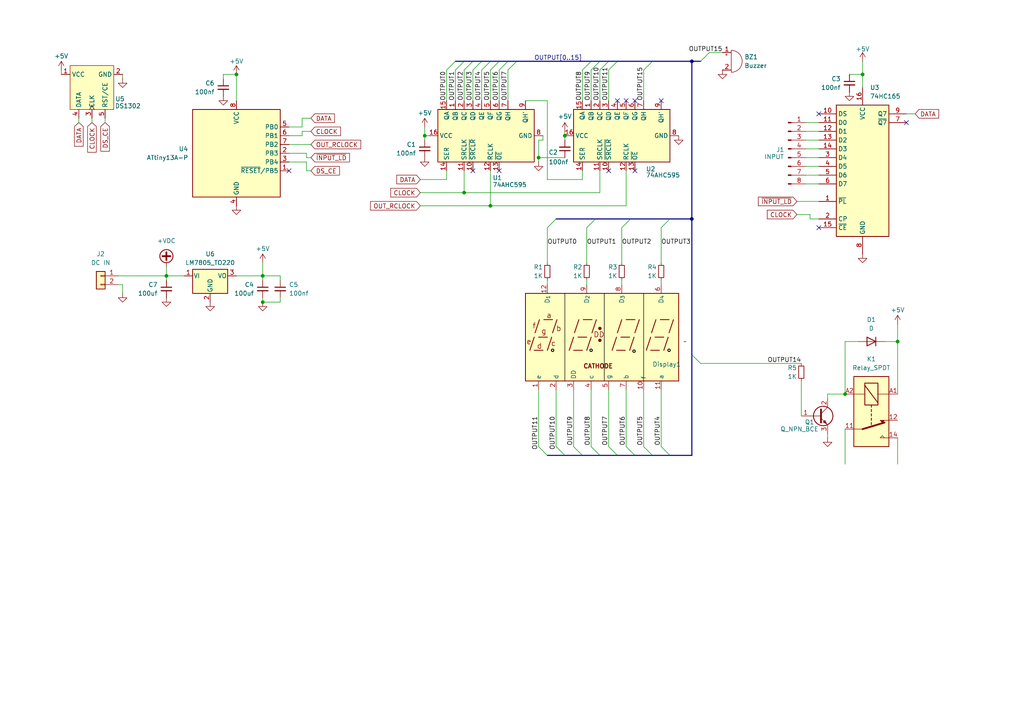
<source format=kicad_sch>
(kicad_sch (version 20250114) (generator "eeschema") (generator_version "9.0")
  (paper "A4")
  (lib_symbols
    (symbol "74xx:74AHC595"
      (property "Reference" "U" (at -7.62 13.97 0))
      (property "Value" "74AHC595" (at -7.62 -16.51 0))
      (symbol "74AHC595_1_0"
        (pin input line (at -10.16 10.16 0) (length 2.54) (name "SER") (number "14"))
        (pin input line (at -10.16 5.08 0) (length 2.54) (name "SRCLK") (number "11"))
        (pin input line (at -10.16 2.54 0) (length 2.54) (name "~{SRCLR}") (number "10"))
        (pin input line (at -10.16 -2.54 0) (length 2.54) (name "RCLK") (number "12"))
        (pin input line (at -10.16 -5.08 0) (length 2.54) (name "~{OE}") (number "13"))
        (pin power_in line (at 0 15.24 270) (length 2.54) (name "VCC") (number "16"))
        (pin power_in line (at 0 -17.78 90) (length 2.54) (name "GND") (number "8"))
        (pin tri_state line (at 10.16 10.16 180) (length 2.54) (name "QA") (number "15"))
        (pin tri_state line (at 10.16 7.62 180) (length 2.54) (name "QB") (number "1"))
        (pin tri_state line (at 10.16 5.08 180) (length 2.54) (name "QC") (number "2"))
        (pin tri_state line (at 10.16 2.54 180) (length 2.54) (name "QD") (number "3"))
        (pin tri_state line (at 10.16 0 180) (length 2.54) (name "QE") (number "4"))
        (pin tri_state line (at 10.16 -2.54 180) (length 2.54) (name "QF") (number "5"))
        (pin tri_state line (at 10.16 -5.08 180) (length 2.54) (name "QG") (number "6"))
        (pin tri_state line (at 10.16 -7.62 180) (length 2.54) (name "QH") (number "7"))
        (pin output line (at 10.16 -12.7 180) (length 2.54) (name "QH'") (number "9"))
      )
      (symbol "74AHC595_1_1"
        (rectangle (start -7.62 12.7) (end 7.62 -15.24) (stroke (width 0.254)) (fill (type background)))
      )
    )
    (symbol "74xx:74HC165"
      (property "Reference" "U" (at -7.62 19.05 0))
      (property "Value" "74HC165" (at -7.62 -21.59 0))
      (symbol "74HC165_1_0"
        (pin input line (at -12.7 15.24 0) (length 5.08) (name "DS") (number "10"))
        (pin input line (at -12.7 12.7 0) (length 5.08) (name "D0") (number "11"))
        (pin input line (at -12.7 10.16 0) (length 5.08) (name "D1") (number "12"))
        (pin input line (at -12.7 7.62 0) (length 5.08) (name "D2") (number "13"))
        (pin input line (at -12.7 5.08 0) (length 5.08) (name "D3") (number "14"))
        (pin input line (at -12.7 2.54 0) (length 5.08) (name "D4") (number "3"))
        (pin input line (at -12.7 0 0) (length 5.08) (name "D5") (number "4"))
        (pin input line (at -12.7 -2.54 0) (length 5.08) (name "D6") (number "5"))
        (pin input line (at -12.7 -5.08 0) (length 5.08) (name "D7") (number "6"))
        (pin input line (at -12.7 -10.16 0) (length 5.08) (name "~{PL}") (number "1"))
        (pin input line (at -12.7 -15.24 0) (length 5.08) (name "CP") (number "2"))
        (pin input line (at -12.7 -17.78 0) (length 5.08) (name "~{CE}") (number "15"))
        (pin power_in line (at 0 22.86 270) (length 5.08) (name "VCC") (number "16"))
        (pin power_in line (at 0 -25.4 90) (length 5.08) (name "GND") (number "8"))
        (pin output line (at 12.7 15.24 180) (length 5.08) (name "Q7") (number "9"))
        (pin output line (at 12.7 12.7 180) (length 5.08) (name "~{Q7}") (number "7"))
      )
      (symbol "74HC165_1_1"
        (rectangle (start -7.62 17.78) (end 7.62 -20.32) (stroke (width 0.254)) (fill (type background)))
      )
    )
    (symbol "Connector:Conn_01x08_Pin" (pin_names (offset 1.016) (hide yes))
      (property "Reference" "J" (at 0 10.16 0))
      (property "Value" "Conn_01x08_Pin" (at 0 -12.7 0))
      (symbol "Conn_01x08_Pin_1_1"
        (rectangle (start 0.8636 7.747) (end 0 7.493) (stroke (width 0.1524)) (fill (type outline)))
        (rectangle (start 0.8636 5.207) (end 0 4.953) (stroke (width 0.1524)) (fill (type outline)))
        (rectangle (start 0.8636 2.667) (end 0 2.413) (stroke (width 0.1524)) (fill (type outline)))
        (rectangle (start 0.8636 0.127) (end 0 -0.127) (stroke (width 0.1524)) (fill (type outline)))
        (rectangle (start 0.8636 -2.413) (end 0 -2.667) (stroke (width 0.1524)) (fill (type outline)))
        (rectangle (start 0.8636 -4.953) (end 0 -5.207) (stroke (width 0.1524)) (fill (type outline)))
        (rectangle (start 0.8636 -7.493) (end 0 -7.747) (stroke (width 0.1524)) (fill (type outline)))
        (rectangle (start 0.8636 -10.033) (end 0 -10.287) (stroke (width 0.1524)) (fill (type outline)))
        (polyline (pts (xy 1.27 7.62) (xy 0.8636 7.62)) (stroke (width 0.1524)))
        (polyline (pts (xy 1.27 5.08) (xy 0.8636 5.08)) (stroke (width 0.1524)))
        (polyline (pts (xy 1.27 2.54) (xy 0.8636 2.54)) (stroke (width 0.1524)))
        (polyline (pts (xy 1.27 0) (xy 0.8636 0)) (stroke (width 0.1524)))
        (polyline (pts (xy 1.27 -2.54) (xy 0.8636 -2.54)) (stroke (width 0.1524)))
        (polyline (pts (xy 1.27 -5.08) (xy 0.8636 -5.08)) (stroke (width 0.1524)))
        (polyline (pts (xy 1.27 -7.62) (xy 0.8636 -7.62)) (stroke (width 0.1524)))
        (polyline (pts (xy 1.27 -10.16) (xy 0.8636 -10.16)) (stroke (width 0.1524)))
        (pin passive line (at 5.08 7.62 180) (length 3.81) (name "Pin_1") (number "1"))
        (pin passive line (at 5.08 5.08 180) (length 3.81) (name "Pin_2") (number "2"))
        (pin passive line (at 5.08 2.54 180) (length 3.81) (name "Pin_3") (number "3"))
        (pin passive line (at 5.08 0 180) (length 3.81) (name "Pin_4") (number "4"))
        (pin passive line (at 5.08 -2.54 180) (length 3.81) (name "Pin_5") (number "5"))
        (pin passive line (at 5.08 -5.08 180) (length 3.81) (name "Pin_6") (number "6"))
        (pin passive line (at 5.08 -7.62 180) (length 3.81) (name "Pin_7") (number "7"))
        (pin passive line (at 5.08 -10.16 180) (length 3.81) (name "Pin_8") (number "8"))
      )
    )
    (symbol "Connector_Generic:Conn_01x02" (pin_names (offset 1.016) (hide yes))
      (property "Reference" "J" (at 0 2.54 0))
      (property "Value" "Conn_01x02" (at 0 -5.08 0))
      (symbol "Conn_01x02_1_1"
        (rectangle (start -1.27 1.27) (end 1.27 -3.81) (stroke (width 0.254)) (fill (type background)))
        (rectangle (start -1.27 0.127) (end 0 -0.127) (stroke (width 0.1524)))
        (rectangle (start -1.27 -2.413) (end 0 -2.667) (stroke (width 0.1524)))
        (pin passive line (at -5.08 0 0) (length 3.81) (name "Pin_1") (number "1"))
        (pin passive line (at -5.08 -2.54 0) (length 3.81) (name "Pin_2") (number "2"))
      )
    )
    (symbol "Device:Buzzer" (pin_names (offset 0.0254) (hide yes))
      (property "Reference" "BZ" (at 3.81 1.27 0))
      (property "Value" "Buzzer" (at 3.81 -1.27 0))
      (symbol "Buzzer_0_1"
        (polyline (pts (xy -1.651 1.905) (xy -1.143 1.905)))
        (polyline (pts (xy -1.397 2.159) (xy -1.397 1.651)))
        (arc (start 0 3.175) (mid 3.1612 0) (end 0 -3.175))
        (polyline (pts (xy 0 3.175) (xy 0 -3.175)))
      )
      (symbol "Buzzer_1_1"
        (pin passive line (at -2.54 2.54 0) (length 2.54) (name "+") (number "1"))
        (pin passive line (at -2.54 -2.54 0) (length 2.54) (name "-") (number "2"))
      )
    )
    (symbol "Device:C_Small" (pin_numbers (hide yes)) (pin_names (offset 0.254) (hide yes))
      (property "Reference" "C" (at 0.254 1.778 0))
      (property "Value" "C_Small" (at 0.254 -2.032 0))
      (symbol "C_Small_0_1"
        (polyline (pts (xy -1.524 0.508) (xy 1.524 0.508)) (stroke (width 0.3048)))
        (polyline (pts (xy -1.524 -0.508) (xy 1.524 -0.508)) (stroke (width 0.3302)))
      )
      (symbol "C_Small_1_1"
        (pin passive line (at 0 2.54 270) (length 2.032) (name "~") (number "1"))
        (pin passive line (at 0 -2.54 90) (length 2.032) (name "~") (number "2"))
      )
    )
    (symbol "Device:D" (pin_numbers (hide yes)) (pin_names (offset 1.016) (hide yes))
      (property "Reference" "D" (at 0 2.54 0))
      (property "Value" "D" (at 0 -2.54 0))
      (symbol "D_0_1"
        (polyline (pts (xy -1.27 1.27) (xy -1.27 -1.27)) (stroke (width 0.254)))
        (polyline (pts (xy 1.27 1.27) (xy 1.27 -1.27) (xy -1.27 0) (xy 1.27 1.27)) (stroke (width 0.254)))
        (polyline (pts (xy 1.27 0) (xy -1.27 0)))
      )
      (symbol "D_1_1"
        (pin passive line (at -3.81 0 0) (length 2.54) (name "K") (number "1"))
        (pin passive line (at 3.81 0 180) (length 2.54) (name "A") (number "2"))
      )
    )
    (symbol "Device:R_Small" (pin_numbers (hide yes)) (pin_names (offset 0.254) (hide yes))
      (property "Reference" "R" (at 0.762 0.508 0))
      (property "Value" "R_Small" (at 0.762 -1.016 0))
      (symbol "R_Small_0_1"
        (rectangle (start -0.762 1.778) (end 0.762 -1.778) (stroke (width 0.2032)))
      )
      (symbol "R_Small_1_1"
        (pin passive line (at 0 2.54 270) (length 0.762) (name "~") (number "1"))
        (pin passive line (at 0 -2.54 90) (length 0.762) (name "~") (number "2"))
      )
    )
    (symbol "MCU_Microchip_ATtiny:ATtiny13A-P"
      (property "Reference" "U" (at -12.7 13.97 0))
      (property "Value" "ATtiny13A-P" (at 2.54 -13.97 0))
      (symbol "ATtiny13A-P_0_1"
        (rectangle (start -12.7 -12.7) (end 12.7 12.7) (stroke (width 0.254)) (fill (type background)))
      )
      (symbol "ATtiny13A-P_1_1"
        (pin power_in line (at 0 15.24 270) (length 2.54) (name "VCC") (number "8"))
        (pin power_in line (at 0 -15.24 90) (length 2.54) (name "GND") (number "4"))
        (pin bidirectional line (at 15.24 7.62 180) (length 2.54) (name "PB0") (number "5"))
        (pin bidirectional line (at 15.24 5.08 180) (length 2.54) (name "PB1") (number "6"))
        (pin bidirectional line (at 15.24 2.54 180) (length 2.54) (name "PB2") (number "7"))
        (pin bidirectional line (at 15.24 0 180) (length 2.54) (name "PB3") (number "2"))
        (pin bidirectional line (at 15.24 -2.54 180) (length 2.54) (name "PB4") (number "3"))
        (pin bidirectional line (at 15.24 -5.08 180) (length 2.54) (name "~{RESET}/PB5") (number "1"))
      )
    )
    (symbol "Regulator_Linear:LM7805_TO220" (pin_names (offset 0.254))
      (property "Reference" "U" (at -3.81 3.175 0))
      (property "Value" "LM7805_TO220" (at 0 3.175 0))
      (symbol "LM7805_TO220_0_1"
        (rectangle (start -5.08 1.905) (end 5.08 -5.08) (stroke (width 0.254)) (fill (type background)))
      )
      (symbol "LM7805_TO220_1_1"
        (pin power_in line (at -7.62 0 0) (length 2.54) (name "VI") (number "1"))
        (pin power_in line (at 0 -7.62 90) (length 2.54) (name "GND") (number "2"))
        (pin power_out line (at 7.62 0 180) (length 2.54) (name "VO") (number "3"))
      )
    )
    (symbol "Relay:Relay_SPDT"
      (property "Reference" "K" (at 11.43 3.81 0))
      (property "Value" "Relay_SPDT" (at 11.43 1.27 0))
      (symbol "Relay_SPDT_0_0"
        (polyline (pts (xy 7.62 5.08) (xy 7.62 2.54) (xy 6.985 3.175) (xy 7.62 3.81)))
      )
      (symbol "Relay_SPDT_0_1"
        (rectangle (start -10.16 5.08) (end 10.16 -5.08) (stroke (width 0.254)) (fill (type background)))
        (rectangle (start -8.255 1.905) (end -1.905 -1.905) (stroke (width 0.254)))
        (polyline (pts (xy -7.62 -1.905) (xy -2.54 1.905)) (stroke (width 0.254)))
        (polyline (pts (xy -5.08 5.08) (xy -5.08 1.905)))
        (polyline (pts (xy -5.08 -5.08) (xy -5.08 -1.905)))
        (polyline (pts (xy -1.905 0) (xy -1.27 0)) (stroke (width 0.254)))
        (polyline (pts (xy -0.635 0) (xy 0 0)) (stroke (width 0.254)))
        (polyline (pts (xy 0.635 0) (xy 1.27 0)) (stroke (width 0.254)))
        (polyline (pts (xy 1.905 0) (xy 2.54 0)) (stroke (width 0.254)))
        (polyline (pts (xy 2.54 5.08) (xy 2.54 2.54) (xy 3.175 3.175) (xy 2.54 3.81)) (fill (type outline)))
        (polyline (pts (xy 3.175 0) (xy 3.81 0)) (stroke (width 0.254)))
        (polyline (pts (xy 5.08 -2.54) (xy 3.175 3.81)) (stroke (width 0.508)))
        (polyline (pts (xy 5.08 -2.54) (xy 5.08 -5.08)))
      )
      (symbol "Relay_SPDT_1_1"
        (pin passive line (at -5.08 7.62 270) (length 2.54) (name "~") (number "A1"))
        (pin passive line (at -5.08 -7.62 90) (length 2.54) (name "~") (number "A2"))
        (pin passive line (at 2.54 7.62 270) (length 2.54) (name "~") (number "12"))
        (pin passive line (at 5.08 -7.62 90) (length 2.54) (name "~") (number "11"))
        (pin passive line (at 7.62 7.62 270) (length 2.54) (name "~") (number "14"))
      )
    )
    (symbol "Transistor_BJT:Q_NPN_BCE" (pin_names (offset 0) (hide yes))
      (property "Reference" "Q" (at 5.08 1.27 0))
      (property "Value" "Q_NPN_BCE" (at 5.08 -1.27 0))
      (symbol "Q_NPN_BCE_0_1"
        (polyline (pts (xy -2.54 0) (xy 0.635 0)))
        (polyline (pts (xy 0.635 1.905) (xy 0.635 -1.905)) (stroke (width 0.508)))
        (circle (center 1.27 0) (radius 2.8194) (stroke (width 0.254)))
      )
      (symbol "Q_NPN_BCE_1_1"
        (polyline (pts (xy 0.635 0.635) (xy 2.54 2.54)))
        (polyline (pts (xy 0.635 -0.635) (xy 2.54 -2.54)))
        (polyline (pts (xy 1.27 -1.778) (xy 1.778 -1.27) (xy 2.286 -2.286) (xy 1.27 -1.778)) (fill (type outline)))
        (pin input line (at -5.08 0 0) (length 2.54) (name "B") (number "1"))
        (pin passive line (at 2.54 5.08 270) (length 2.54) (name "C") (number "2"))
        (pin passive line (at 2.54 -5.08 90) (length 2.54) (name "E") (number "3"))
      )
    )
    (symbol "custom_symbols:4_Digit_Display"
      (property "Reference" "D" (at -21.844 -10.16 0))
      (symbol "4_Digit_Display_0_0"
        (rectangle (start -22.86 13.97) (end 21.59 -11.43) (stroke (width 0.254)) (fill (type background)))
        (polyline (pts (xy -21.59 -2.54) (xy -20.32 1.27)) (stroke (width 0.254)))
        (polyline (pts (xy -20.32 -2.54) (xy -17.78 -2.54)) (stroke (width 0.254)))
        (polyline (pts (xy -20.066 2.54) (xy -18.796 6.35)) (stroke (width 0.254)))
        (polyline (pts (xy -19.05 1.27) (xy -16.51 1.27)) (stroke (width 0.254)))
        (polyline (pts (xy -17.526 6.35) (xy -14.986 6.35)) (stroke (width 0.254)))
        (polyline (pts (xy -16.51 -2.54) (xy -15.24 1.27)) (stroke (width 0.254)))
        (polyline (pts (xy -14.986 2.54) (xy -13.716 6.35)) (stroke (width 0.254)))
        (polyline (pts (xy -10.16 -2.54) (xy -8.89 1.27)) (stroke (width 0.254)))
        (polyline (pts (xy -8.89 -2.54) (xy -6.35 -2.54)) (stroke (width 0.254)))
        (polyline (pts (xy -8.636 2.54) (xy -7.366 6.35)) (stroke (width 0.254)))
        (polyline (pts (xy -7.62 1.27) (xy -5.08 1.27)) (stroke (width 0.254)))
        (polyline (pts (xy -6.096 6.35) (xy -3.556 6.35)) (stroke (width 0.254)))
        (polyline (pts (xy -5.08 -2.54) (xy -3.81 1.27)) (stroke (width 0.254)))
        (polyline (pts (xy -3.556 2.54) (xy -2.286 6.35)) (stroke (width 0.254)))
        (polyline (pts (xy 2.286 -2.54) (xy 3.556 1.27)) (stroke (width 0.254)))
        (polyline (pts (xy 3.556 -2.54) (xy 6.096 -2.54)) (stroke (width 0.254)))
        (polyline (pts (xy 3.81 2.54) (xy 5.08 6.35)) (stroke (width 0.254)))
        (polyline (pts (xy 4.826 1.27) (xy 7.366 1.27)) (stroke (width 0.254)))
        (polyline (pts (xy 6.35 6.35) (xy 8.89 6.35)) (stroke (width 0.254)))
        (polyline (pts (xy 7.366 -2.54) (xy 8.636 1.27)) (stroke (width 0.254)))
        (polyline (pts (xy 8.89 2.54) (xy 10.16 6.35)) (stroke (width 0.254)))
        (polyline (pts (xy 12.192 -2.54) (xy 13.462 1.27)) (stroke (width 0.254)))
        (polyline (pts (xy 13.462 -2.54) (xy 16.002 -2.54)) (stroke (width 0.254)))
        (polyline (pts (xy 13.716 2.54) (xy 14.986 6.35)) (stroke (width 0.254)))
        (polyline (pts (xy 14.732 1.27) (xy 17.272 1.27)) (stroke (width 0.254)))
        (polyline (pts (xy 16.256 6.35) (xy 18.796 6.35)) (stroke (width 0.254)))
        (polyline (pts (xy 17.272 -2.54) (xy 18.542 1.27)) (stroke (width 0.254)))
        (polyline (pts (xy 18.796 2.54) (xy 20.066 6.35)) (stroke (width 0.254)))
        (text "a" (at -16.002 7.62 0) (effects (font (size 1.524 1.524))))
      )
      (symbol "4_Digit_Display_0_1"
        (circle (center -14.986 -2.54) (radius 0.3556) (stroke (width 0.254) (color 0 0 0 0.3)))
        (polyline (pts (xy -11.43 13.97) (xy -11.43 -11.43)) (stroke (width 0) (color 0 0 0 0.5)))
        (circle (center -3.81 -2.54) (radius 0.3556) (stroke (width 0.254) (color 0 0 0 0.3)))
        (circle (center -1.2789 0.3503) (radius 0.3556) (stroke (width 0.254)) (fill (type outline)))
        (circle (center -1.27 3.81) (radius 0.3556) (stroke (width 0.254)) (fill (type outline)))
        (polyline (pts (xy 0 13.97) (xy 0 -11.43)) (stroke (width 0) (color 0 0 0 0.5)))
        (polyline (pts (xy 11.43 13.97) (xy 11.43 -11.43)) (stroke (width 0) (color 0 0 0 0.5)))
      )
      (symbol "4_Digit_Display_1_0"
        (circle (center 8.636 -2.794) (radius 0.3556) (stroke (width 0.254) (color 0 0 0 0.3)))
        (circle (center 18.796 -2.54) (radius 0.3556) (stroke (width 0.254) (color 0 0 0 0.3)))
      )
      (symbol "4_Digit_Display_1_1"
        (text "e" (at -21.844 0 0) (effects (font (size 1.524 1.524))))
        (text "f" (at -20.32 4.572 0) (effects (font (size 1.524 1.524))))
        (text "d" (at -18.796 -1.27 0) (effects (font (size 1.524 1.524))))
        (text "g" (at -17.526 3.048 0) (effects (font (size 1.524 1.524))))
        (text "c" (at -14.732 -0.508 0) (effects (font (size 1.524 1.524))))
        (text "b" (at -13.208 3.81 0) (effects (font (size 1.524 1.524))))
        (text "CATHODE" (at -1.778 -7.112 0) (effects (font (size 1.27 1.27) (thickness 0.254) (bold yes))))
        (text "DD" (at -1.524 2.032 0) (effects (font (size 1.524 1.524))))
        (pin input line (at -19.05 -13.97 90) (length 2.54) (name "e") (number "1"))
        (pin input line (at -16.51 16.51 270) (length 2.54) (name "D_{1}") (number "12"))
        (pin input line (at -13.97 -13.97 90) (length 2.54) (name "d") (number "2"))
        (pin input line (at -8.89 -13.97 90) (length 2.54) (name "DD") (number "3"))
        (pin input line (at -5.08 16.51 270) (length 2.54) (name "D_{2}") (number "9"))
        (pin input line (at -3.81 -13.97 90) (length 2.54) (name "c") (number "4"))
        (pin input line (at 1.27 -13.97 90) (length 2.54) (name "g") (number "5"))
        (pin input line (at 5.08 16.51 270) (length 2.54) (name "D_{3}") (number "8"))
        (pin input line (at 6.35 -13.97 90) (length 2.54) (name "b") (number "7"))
        (pin input line (at 11.43 -13.97 90) (length 2.54) (name "f") (number "10"))
        (pin input line (at 16.51 16.51 270) (length 2.54) (name "D_{4}") (number "6"))
        (pin input line (at 16.51 -13.97 90) (length 2.54) (name "a") (number "11"))
      )
    )
    (symbol "ds1302:DS1302_Module"
      (property "Reference" "U" (at 7.366 -1.524 0))
      (property "Value" "DS1302" (at 10.414 -3.302 0))
      (symbol "DS1302_Module_0_1"
        (rectangle (start -6.35 7.62) (end 6.35 -5.08) (fill (type color) (color 255 255 194 1)))
      )
      (symbol "DS1302_Module_1_1"
        (pin power_in line (at -8.89 5.08 0) (length 2.54) (name "VCC") (number "1"))
        (pin bidirectional line (at -3.81 -7.62 90) (length 2.54) (name "DATA") (number "4"))
        (pin input clock (at 0 -7.62 90) (length 2.54) (name "CLK") (number "3"))
        (pin input line (at 3.81 -7.62 90) (length 2.54) (name "RST/CE") (number "5"))
        (pin power_in line (at 8.89 5.08 180) (length 2.54) (name "GND") (number "2"))
      )
    )
    (symbol "power:+5V" (power) (pin_numbers (hide yes)) (pin_names (offset 0) (hide yes))
      (property "Value" "+5V" (at 0 3.556 0))
      (symbol "+5V_0_1"
        (polyline (pts (xy -0.762 1.27) (xy 0 2.54)))
        (polyline (pts (xy 0 2.54) (xy 0.762 1.27)))
        (polyline (pts (xy 0 0) (xy 0 2.54)))
      )
      (symbol "+5V_1_1"
        (pin power_in line (at 0 0 90) (length 0) (name "~") (number "1"))
      )
    )
    (symbol "power:+VDC" (power) (pin_numbers (hide yes)) (pin_names (offset 0) (hide yes))
      (property "Value" "+VDC" (at 0 6.35 0))
      (symbol "+VDC_0_1"
        (polyline (pts (xy -1.143 3.175) (xy 1.143 3.175)) (stroke (width 0.508)))
        (circle (center 0 3.175) (radius 1.905) (stroke (width 0.254)))
        (polyline (pts (xy 0 2.032) (xy 0 4.318)) (stroke (width 0.508)))
        (polyline (pts (xy 0 0) (xy 0 1.27)))
      )
      (symbol "+VDC_1_1"
        (pin power_in line (at 0 0 90) (length 0) (name "~") (number "1"))
      )
    )
    (symbol "power:GND" (power) (pin_numbers (hide yes)) (pin_names (offset 0) (hide yes))
      (property "Value" "GND" (at 0 -3.81 0))
      (symbol "GND_0_1"
        (polyline (pts (xy 0 0) (xy 0 -1.27) (xy 1.27 -1.27) (xy 0 -2.54) (xy -1.27 -1.27) (xy 0 -1.27)))
      )
      (symbol "GND_1_1"
        (pin power_in line (at 0 0 270) (length 0) (name "~") (number "1"))
      )
    )
  )
  (junction (at 48.26 80.01))
  (junction (at 142.24 59.69))
  (junction (at 134.62 55.88))
  (junction (at 76.2 80.01))
  (junction (at 163.83 39.37))
  (junction (at 68.58 21.59))
  (junction (at 200.66 63.5))
  (junction (at 260.35 99.06))
  (junction (at 76.2 87.63))
  (junction (at 156.21 45.72))
  (junction (at 200.66 17.78))
  (junction (at 123.19 39.37))
  (junction (at 245.11 114.3))
  (junction (at 250.19 21.59))
  (no_connect (at 191.77 29.21))
  (no_connect (at 144.78 49.53))
  (no_connect (at 184.15 29.21))
  (no_connect (at 176.53 49.53))
  (no_connect (at 237.49 33.02))
  (no_connect (at 262.89 35.56))
  (no_connect (at 83.82 49.53))
  (no_connect (at 181.61 29.21))
  (no_connect (at 137.16 49.53))
  (no_connect (at 184.15 49.53))
  (no_connect (at 179.07 29.21))
  (no_connect (at 237.49 66.04))
  (bus_entry (at 149.86 17.78) (size -2.54 2.54))
  (bus_entry (at 200.66 102.87) (size 2.54 2.54))
  (bus_entry (at 171.45 17.78) (size -2.54 2.54))
  (bus_entry (at 139.7 17.78) (size -2.54 2.54))
  (bus_entry (at 144.78 17.78) (size -2.54 2.54))
  (bus_entry (at 134.62 17.78) (size -2.54 2.54))
  (bus_entry (at 163.83 132.08) (size -2.54 -2.54))
  (bus_entry (at 132.08 17.78) (size -2.54 2.54))
  (bus_entry (at 142.24 17.78) (size -2.54 2.54))
  (bus_entry (at 173.99 17.78) (size -2.54 2.54))
  (bus_entry (at 173.99 132.08) (size -2.54 -2.54))
  (bus_entry (at 194.31 63.5) (size -2.54 2.54))
  (bus_entry (at 137.16 17.78) (size -2.54 2.54))
  (bus_entry (at 184.15 132.08) (size -2.54 -2.54))
  (bus_entry (at 194.31 132.08) (size -2.54 -2.54))
  (bus_entry (at 147.32 17.78) (size -2.54 2.54))
  (bus_entry (at 172.72 63.5) (size -2.54 2.54))
  (bus_entry (at 158.75 132.08) (size -2.54 -2.54))
  (bus_entry (at 189.23 132.08) (size -2.54 -2.54))
  (bus_entry (at 161.29 63.5) (size -2.54 2.54))
  (bus_entry (at 179.07 17.78) (size -2.54 2.54))
  (bus_entry (at 189.23 17.78) (size -2.54 2.54))
  (bus_entry (at 176.53 17.78) (size -2.54 2.54))
  (bus_entry (at 203.2 17.78) (size 2.54 -2.54))
  (bus_entry (at 168.91 132.08) (size -2.54 -2.54))
  (bus_entry (at 179.07 132.08) (size -2.54 -2.54))
  (bus_entry (at 182.88 63.5) (size -2.54 2.54))
  (wire (pts (xy 262.89 33.02) (xy 265.43 33.02)))
  (bus (pts (xy 200.66 17.78) (xy 203.2 17.78)))
  (wire (pts (xy 161.29 113.03) (xy 161.29 129.54)))
  (wire (pts (xy 191.77 113.03) (xy 191.77 129.54)))
  (wire (pts (xy 134.62 55.88) (xy 134.62 49.53)))
  (bus (pts (xy 149.86 17.78) (xy 171.45 17.78)))
  (wire (pts (xy 87.63 34.29) (xy 90.17 34.29)))
  (wire (pts (xy 156.21 40.64) (xy 156.21 45.72)))
  (wire (pts (xy 163.83 38.1) (xy 163.83 39.37)))
  (bus (pts (xy 200.66 102.87) (xy 200.66 132.08)))
  (wire (pts (xy 134.62 20.32) (xy 134.62 29.21)))
  (wire (pts (xy 191.77 66.04) (xy 191.77 76.2)))
  (wire (pts (xy 181.61 59.69) (xy 181.61 49.53)))
  (wire (pts (xy 233.68 43.18) (xy 237.49 43.18)))
  (bus (pts (xy 194.31 132.08) (xy 200.66 132.08)))
  (wire (pts (xy 123.19 39.37) (xy 123.19 40.64)))
  (wire (pts (xy 35.56 82.55) (xy 34.29 82.55)))
  (wire (pts (xy 156.21 40.64) (xy 157.48 40.64)))
  (wire (pts (xy 129.54 52.07) (xy 129.54 49.53)))
  (wire (pts (xy 231.14 62.23) (xy 234.95 62.23)))
  (wire (pts (xy 121.92 55.88) (xy 134.62 55.88)))
  (bus (pts (xy 179.07 17.78) (xy 189.23 17.78)))
  (wire (pts (xy 90.17 49.53) (xy 88.9 49.53)))
  (wire (pts (xy 260.35 93.98) (xy 260.35 99.06)))
  (wire (pts (xy 250.19 21.59) (xy 250.19 25.4)))
  (wire (pts (xy 152.4 29.21) (xy 158.75 29.21)))
  (wire (pts (xy 233.68 40.64) (xy 237.49 40.64)))
  (wire (pts (xy 132.08 20.32) (xy 132.08 29.21)))
  (wire (pts (xy 203.2 105.41) (xy 232.41 105.41)))
  (wire (pts (xy 137.16 20.32) (xy 137.16 29.21)))
  (wire (pts (xy 245.11 124.46) (xy 245.11 134.62)))
  (wire (pts (xy 191.77 81.28) (xy 191.77 82.55)))
  (wire (pts (xy 134.62 55.88) (xy 173.99 55.88)))
  (wire (pts (xy 48.26 81.28) (xy 48.26 80.01)))
  (wire (pts (xy 176.53 113.03) (xy 176.53 129.54)))
  (bus (pts (xy 200.66 63.5) (xy 200.66 102.87)))
  (wire (pts (xy 240.03 125.73) (xy 240.03 127)))
  (wire (pts (xy 234.95 63.5) (xy 237.49 63.5)))
  (bus (pts (xy 139.7 17.78) (xy 142.24 17.78)))
  (wire (pts (xy 83.82 46.99) (xy 88.9 46.99)))
  (wire (pts (xy 88.9 44.45) (xy 83.82 44.45)))
  (wire (pts (xy 35.56 85.09) (xy 35.56 82.55)))
  (wire (pts (xy 48.26 80.01) (xy 53.34 80.01)))
  (wire (pts (xy 158.75 66.04) (xy 158.75 76.2)))
  (bus (pts (xy 189.23 17.78) (xy 200.66 17.78)))
  (wire (pts (xy 22.86 34.29) (xy 22.86 35.56)))
  (wire (pts (xy 171.45 113.03) (xy 171.45 129.54)))
  (bus (pts (xy 158.75 132.08) (xy 163.83 132.08)))
  (wire (pts (xy 26.67 34.29) (xy 26.67 35.56)))
  (wire (pts (xy 170.18 66.04) (xy 170.18 76.2)))
  (wire (pts (xy 76.2 76.2) (xy 76.2 80.01)))
  (bus (pts (xy 137.16 17.78) (xy 139.7 17.78)))
  (wire (pts (xy 90.17 38.1) (xy 87.63 38.1)))
  (bus (pts (xy 172.72 63.5) (xy 182.88 63.5)))
  (wire (pts (xy 81.28 86.36) (xy 81.28 87.63)))
  (wire (pts (xy 234.95 62.23) (xy 234.95 63.5)))
  (wire (pts (xy 233.68 53.34) (xy 237.49 53.34)))
  (wire (pts (xy 205.74 15.24) (xy 209.55 15.24)))
  (wire (pts (xy 245.11 99.06) (xy 245.11 114.3)))
  (wire (pts (xy 83.82 39.37) (xy 87.63 39.37)))
  (wire (pts (xy 17.78 20.32) (xy 17.78 21.59)))
  (wire (pts (xy 250.19 17.78) (xy 250.19 21.59)))
  (wire (pts (xy 123.19 39.37) (xy 124.46 39.37)))
  (wire (pts (xy 180.34 66.04) (xy 180.34 76.2)))
  (wire (pts (xy 260.35 127) (xy 260.35 134.62)))
  (bus (pts (xy 147.32 17.78) (xy 149.86 17.78)))
  (bus (pts (xy 182.88 63.5) (xy 194.31 63.5)))
  (wire (pts (xy 76.2 87.63) (xy 81.28 87.63)))
  (wire (pts (xy 142.24 59.69) (xy 142.24 49.53)))
  (wire (pts (xy 248.92 99.06) (xy 245.11 99.06)))
  (wire (pts (xy 30.48 34.29) (xy 30.48 35.56)))
  (wire (pts (xy 144.78 20.32) (xy 144.78 29.21)))
  (bus (pts (xy 194.31 63.5) (xy 200.66 63.5)))
  (wire (pts (xy 87.63 38.1) (xy 87.63 39.37)))
  (wire (pts (xy 83.82 41.91) (xy 90.17 41.91)))
  (wire (pts (xy 34.29 80.01) (xy 48.26 80.01)))
  (bus (pts (xy 142.24 17.78) (xy 144.78 17.78)))
  (wire (pts (xy 158.75 29.21) (xy 158.75 52.07)))
  (wire (pts (xy 186.69 20.32) (xy 186.69 29.21)))
  (bus (pts (xy 176.53 17.78) (xy 179.07 17.78)))
  (wire (pts (xy 90.17 45.72) (xy 88.9 45.72)))
  (wire (pts (xy 260.35 99.06) (xy 256.54 99.06)))
  (bus (pts (xy 189.23 132.08) (xy 194.31 132.08)))
  (wire (pts (xy 147.32 20.32) (xy 147.32 29.21)))
  (wire (pts (xy 163.83 39.37) (xy 163.83 40.64)))
  (wire (pts (xy 156.21 113.03) (xy 156.21 129.54)))
  (wire (pts (xy 87.63 34.29) (xy 87.63 36.83)))
  (bus (pts (xy 134.62 17.78) (xy 137.16 17.78)))
  (wire (pts (xy 87.63 36.83) (xy 83.82 36.83)))
  (wire (pts (xy 171.45 20.32) (xy 171.45 29.21)))
  (wire (pts (xy 68.58 80.01) (xy 76.2 80.01)))
  (wire (pts (xy 121.92 59.69) (xy 142.24 59.69)))
  (wire (pts (xy 245.11 114.3) (xy 240.03 114.3)))
  (wire (pts (xy 233.68 38.1) (xy 237.49 38.1)))
  (wire (pts (xy 156.21 45.72) (xy 163.83 45.72)))
  (wire (pts (xy 173.99 55.88) (xy 173.99 49.53)))
  (wire (pts (xy 76.2 87.63) (xy 76.2 86.36)))
  (wire (pts (xy 158.75 52.07) (xy 168.91 52.07)))
  (wire (pts (xy 170.18 81.28) (xy 170.18 82.55)))
  (bus (pts (xy 200.66 17.78) (xy 200.66 63.5)))
  (bus (pts (xy 173.99 132.08) (xy 179.07 132.08)))
  (wire (pts (xy 88.9 49.53) (xy 88.9 46.99)))
  (wire (pts (xy 157.48 40.64) (xy 157.48 39.37)))
  (wire (pts (xy 88.9 45.72) (xy 88.9 44.45)))
  (wire (pts (xy 233.68 50.8) (xy 237.49 50.8)))
  (wire (pts (xy 35.56 21.59) (xy 35.56 22.86)))
  (bus (pts (xy 144.78 17.78) (xy 147.32 17.78)))
  (wire (pts (xy 246.38 21.59) (xy 250.19 21.59)))
  (wire (pts (xy 81.28 81.28) (xy 81.28 80.01)))
  (wire (pts (xy 156.21 45.72) (xy 156.21 46.99)))
  (wire (pts (xy 176.53 20.32) (xy 176.53 29.21)))
  (wire (pts (xy 129.54 20.32) (xy 129.54 29.21)))
  (bus (pts (xy 179.07 132.08) (xy 184.15 132.08)))
  (wire (pts (xy 142.24 59.69) (xy 181.61 59.69)))
  (wire (pts (xy 232.41 110.49) (xy 232.41 120.65)))
  (wire (pts (xy 158.75 81.28) (xy 158.75 82.55)))
  (bus (pts (xy 173.99 17.78) (xy 176.53 17.78)))
  (wire (pts (xy 173.99 20.32) (xy 173.99 29.21)))
  (wire (pts (xy 64.77 22.86) (xy 64.77 21.59)))
  (wire (pts (xy 231.14 58.42) (xy 237.49 58.42)))
  (wire (pts (xy 168.91 49.53) (xy 168.91 52.07)))
  (wire (pts (xy 48.26 77.47) (xy 48.26 80.01)))
  (bus (pts (xy 163.83 132.08) (xy 168.91 132.08)))
  (wire (pts (xy 76.2 80.01) (xy 81.28 80.01)))
  (wire (pts (xy 181.61 113.03) (xy 181.61 129.54)))
  (bus (pts (xy 161.29 63.5) (xy 172.72 63.5)))
  (wire (pts (xy 76.2 80.01) (xy 76.2 81.28)))
  (wire (pts (xy 139.7 20.32) (xy 139.7 29.21)))
  (wire (pts (xy 240.03 114.3) (xy 240.03 115.57)))
  (wire (pts (xy 168.91 20.32) (xy 168.91 29.21)))
  (wire (pts (xy 260.35 114.3) (xy 260.35 99.06)))
  (wire (pts (xy 123.19 39.37) (xy 123.19 36.83)))
  (wire (pts (xy 233.68 35.56) (xy 237.49 35.56)))
  (wire (pts (xy 121.92 52.07) (xy 129.54 52.07)))
  (wire (pts (xy 64.77 21.59) (xy 68.58 21.59)))
  (wire (pts (xy 166.37 113.03) (xy 166.37 129.54)))
  (bus (pts (xy 184.15 132.08) (xy 189.23 132.08)))
  (wire (pts (xy 186.69 113.03) (xy 186.69 129.54)))
  (wire (pts (xy 233.68 48.26) (xy 237.49 48.26)))
  (bus (pts (xy 171.45 17.78) (xy 173.99 17.78)))
  (wire (pts (xy 142.24 20.32) (xy 142.24 29.21)))
  (bus (pts (xy 168.91 132.08) (xy 173.99 132.08)))
  (wire (pts (xy 68.58 21.59) (xy 68.58 29.21)))
  (wire (pts (xy 233.68 45.72) (xy 237.49 45.72)))
  (wire (pts (xy 180.34 81.28) (xy 180.34 82.55)))
  (bus (pts (xy 132.08 17.78) (xy 134.62 17.78)))
  (label "OUTPUT4" (at 139.7 29.21 90))
  (label "OUTPUT2" (at 180.34 71.12 0))
  (label "OUTPUT3" (at 191.77 71.12 0))
  (label "OUTPUT15" (at 209.55 15.24 180))
  (label "OUTPUT7" (at 176.53 120.65 270))
  (label "OUTPUT1" (at 170.18 71.12 0))
  (label "OUTPUT8" (at 171.45 120.65 270))
  (label "OUTPUT9" (at 171.45 29.21 90))
  (label "OUTPUT9" (at 166.37 120.65 270))
  (label "OUTPUT11" (at 156.21 120.65 270))
  (label "OUTPUT6" (at 144.78 29.21 90))
  (label "OUTPUT7" (at 147.32 29.21 90))
  (label "OUTPUT5" (at 186.69 120.65 270))
  (label "OUTPUT1" (at 132.08 29.21 90))
  (label "OUTPUT15" (at 186.69 29.21 90))
  (label "OUTPUT0" (at 129.54 29.21 90))
  (label "OUTPUT2" (at 134.62 29.21 90))
  (label "OUTPUT4" (at 191.77 120.65 270))
  (label "OUTPUT3" (at 137.16 29.21 90))
  (label "OUTPUT11" (at 176.53 29.21 90))
  (label "OUTPUT14" (at 232.41 105.41 180))
  (label "OUTPUT8" (at 168.91 29.21 90))
  (label "OUTPUT[0..15]" (at 154.94 17.78 0))
  (label "OUTPUT6" (at 181.61 120.65 270))
  (label "OUTPUT10" (at 173.99 29.21 90))
  (label "OUTPUT10" (at 161.29 120.65 270))
  (label "OUTPUT5" (at 142.24 29.21 90))
  (label "OUTPUT0" (at 158.75 71.12 0))
  (global_label "CLOCK" (shape input) (at 90.17 38.1 0) (property "Intersheetrefs" "${INTERSHEET_REFS}" (effects (hide yes))))
  (global_label "DATA" (shape input) (at 265.43 33.02 0) (property "Intersheetrefs" "${INTERSHEET_REFS}" (effects (hide yes))))
  (global_label "CLOCK" (shape input) (at 231.14 62.23 180) (property "Intersheetrefs" "${INTERSHEET_REFS}" (effects (hide yes))))
  (global_label "DATA" (shape input) (at 22.86 35.56 270) (property "Intersheetrefs" "${INTERSHEET_REFS}" (effects (hide yes))))
  (global_label "~{INPUT_LD}" (shape input) (at 231.14 58.42 180) (property "Intersheetrefs" "${INTERSHEET_REFS}" (effects (hide yes))))
  (global_label "DATA" (shape input) (at 121.92 52.07 180) (property "Intersheetrefs" "${INTERSHEET_REFS}" (effects (hide yes))))
  (global_label "CLOCK" (shape input) (at 26.67 35.56 270) (property "Intersheetrefs" "${INTERSHEET_REFS}" (effects (hide yes))))
  (global_label "OUT_RCLOCK" (shape input) (at 90.17 41.91 0) (property "Intersheetrefs" "${INTERSHEET_REFS}" (effects (hide yes))))
  (global_label "DS_CE" (shape input) (at 30.48 35.56 270) (property "Intersheetrefs" "${INTERSHEET_REFS}" (effects (hide yes))))
  (global_label "DS_CE" (shape input) (at 90.17 49.53 0) (property "Intersheetrefs" "${INTERSHEET_REFS}" (effects (hide yes))))
  (global_label "DATA" (shape input) (at 90.17 34.29 0) (property "Intersheetrefs" "${INTERSHEET_REFS}" (effects (hide yes))))
  (global_label "CLOCK" (shape input) (at 121.92 55.88 180) (property "Intersheetrefs" "${INTERSHEET_REFS}" (effects (hide yes))))
  (global_label "OUT_RCLOCK" (shape input) (at 121.92 59.69 180) (property "Intersheetrefs" "${INTERSHEET_REFS}" (effects (hide yes))))
  (global_label "~{INPUT_LD}" (shape input) (at 90.17 45.72 0) (property "Intersheetrefs" "${INTERSHEET_REFS}" (effects (hide yes))))
  (symbol (lib_id "power:+5V") (at 123.19 36.83 0) (unit 1)
    (property "Reference" "#PWR05" (effects (hide yes)))
    (property "Value" "+5V" (at 123.19 32.766 0))
    (property "Description" "Power symbol creates a global label with name \"+5V\"" (effects (hide yes)))
  )
  (symbol (lib_id "power:GND") (at 60.96 87.63 0) (unit 1)
    (property "Reference" "#PWR018" (effects (hide yes)))
    (property "Value" "GND" (effects (hide yes)))
    (property "Description" "Power symbol creates a global label with name \"GND\" , ground" (effects (hide yes)))
  )
  (symbol (lib_id "ds1302:DS1302_Module") (at 26.67 26.67 0) (unit 1)
    (property "Reference" "U5" (at 34.798 28.702 0))
    (property "Value" "DS1302" (at 37.084 30.734 0))
    (property "Footprint" "Connector_PinHeader_2.54mm:PinHeader_1x05_P2.54mm_Vertical" (effects (hide yes)))
  )
  (symbol (lib_id "Relay:Relay_SPDT") (at 252.73 119.38 270) (unit 1)
    (property "Reference" "K1" (at 252.73 104.14 90))
    (property "Value" "Relay_SPDT" (at 252.73 106.68 90))
    (property "Description" "Relay SPDT, monostable, EN50005" (effects (hide yes)))
  )
  (symbol (lib_id "custom_symbols:4_Digit_Display") (at 175.26 99.06 0) (unit 1)
    (property "Reference" "Display1" (at 189.23 105.664 0) (effects (justify left)))
    (property "Value" "~" (at 198.12 99.06 0) (effects (justify left)))
    (property "Footprint" "Connector_PinHeader_2.54mm:PinHeader_1x12_P2.54mm_Vertical" (effects (hide yes)))
  )
  (symbol (lib_id "power:+5V") (at 163.83 38.1 0) (unit 1)
    (property "Reference" "#PWR03" (effects (hide yes)))
    (property "Value" "+5V" (at 163.83 33.782 0))
    (property "Description" "Power symbol creates a global label with name \"+5V\"" (effects (hide yes)))
  )
  (symbol (lib_id "power:GND") (at 64.77 27.94 0) (unit 1)
    (property "Reference" "#PWR013" (effects (hide yes)))
    (property "Value" "GND" (effects (hide yes)))
    (property "Description" "Power symbol creates a global label with name \"GND\" , ground" (effects (hide yes)))
  )
  (symbol (lib_id "power:GND") (at 68.58 59.69 0) (unit 1)
    (property "Reference" "#PWR07" (effects (hide yes)))
    (property "Value" "GND" (effects (hide yes)))
    (property "Description" "Power symbol creates a global label with name \"GND\" , ground" (effects (hide yes)))
  )
  (symbol (lib_id "power:GND") (at 123.19 45.72 0) (unit 1)
    (property "Reference" "#PWR09" (effects (hide yes)))
    (property "Value" "GND" (effects (hide yes)))
    (property "Description" "Power symbol creates a global label with name \"GND\" , ground" (effects (hide yes)))
  )
  (symbol (lib_id "power:GND") (at 35.56 85.09 0) (unit 1)
    (property "Reference" "#PWR019" (effects (hide yes)))
    (property "Value" "GND" (effects (hide yes)))
    (property "Description" "Power symbol creates a global label with name \"GND\" , ground" (effects (hide yes)))
  )
  (symbol (lib_id "Connector:Conn_01x08_Pin") (at 228.6 43.18 0) (unit 1)
    (property "Reference" "J1" (at 226.314 43.434 0))
    (property "Value" "INPUT" (at 224.536 45.466 0))
    (property "Footprint" "Connector_PinHeader_2.54mm:PinHeader_1x08_P2.54mm_Vertical" (effects (hide yes)))
    (property "Description" "Generic connector, single row, 01x08, script generated" (effects (hide yes)))
  )
  (symbol (lib_id "power:GND") (at 48.26 86.36 0) (unit 1)
    (property "Reference" "#PWR017" (effects (hide yes)))
    (property "Value" "GND" (effects (hide yes)))
    (property "Description" "Power symbol creates a global label with name \"GND\" , ground" (effects (hide yes)))
  )
  (symbol (lib_id "Regulator_Linear:LM7805_TO220") (at 60.96 80.01 0) (unit 1)
    (property "Reference" "U6" (at 60.96 73.66 0))
    (property "Value" "LM7805_TO220" (at 60.96 76.2 0))
    (property "Footprint" "Package_TO_SOT_THT:TO-220-3_Vertical" (effects (hide yes)))
    (property "Datasheet" "https://www.onsemi.cn/PowerSolutions/document/MC7800-D.PDF" (effects (hide yes)))
    (property "Description" "Positive 1A 35V Linear Regulator, Fixed Output 5V, TO-220" (effects (hide yes)))
  )
  (symbol (lib_id "power:GND") (at 240.03 127 0) (unit 1)
    (property "Reference" "#PWR021" (effects (hide yes)))
    (property "Value" "GND" (effects (hide yes)))
    (property "Description" "Power symbol creates a global label with name \"GND\" , ground" (effects (hide yes)))
  )
  (symbol (lib_id "Device:C_Small") (at 123.19 43.18 0) (mirror y) (unit 1)
    (property "Reference" "C1" (at 120.65 41.9162 0) (effects (justify left)))
    (property "Value" "100nf" (at 120.65 44.4562 0) (effects (justify left)))
    (property "Footprint" "Capacitor_THT:C_Disc_D3.0mm_W1.6mm_P2.50mm" (effects (hide yes)))
    (property "Description" "Unpolarized capacitor, small symbol" (effects (hide yes)))
  )
  (symbol (lib_id "power:GND") (at 156.21 46.99 0) (unit 1)
    (property "Reference" "#PWR04" (effects (hide yes)))
    (property "Value" "GND" (effects (hide yes)))
    (property "Description" "Power symbol creates a global label with name \"GND\" , ground" (effects (hide yes)))
  )
  (symbol (lib_id "power:GND") (at 196.85 39.37 0) (unit 1)
    (property "Reference" "#PWR06" (effects (hide yes)))
    (property "Value" "GND" (effects (hide yes)))
    (property "Description" "Power symbol creates a global label with name \"GND\" , ground" (effects (hide yes)))
  )
  (symbol (lib_id "Device:R_Small") (at 180.34 78.74 0) (mirror y) (unit 1)
    (property "Reference" "R3" (at 179.07 77.47 0) (effects (justify left)))
    (property "Value" "1K" (at 179.07 80.01 0) (effects (justify left)))
    (property "Footprint" "Resistor_THT:R_Axial_DIN0204_L3.6mm_D1.6mm_P7.62mm_Horizontal" (effects (hide yes)))
    (property "Description" "Resistor, small symbol" (effects (hide yes)))
  )
  (symbol (lib_id "74xx:74HC165") (at 250.19 48.26 0) (unit 1)
    (property "Reference" "U3" (at 252.3333 25.4 0) (effects (justify left)))
    (property "Value" "74HC165" (at 252.3333 27.94 0) (effects (justify left)))
    (property "Footprint" "Package_DIP:DIP-16_W7.62mm" (effects (hide yes)))
    (property "Datasheet" "https://assets.nexperia.com/documents/data-sheet/74HC_HCT165.pdf" (effects (hide yes)))
    (property "Description" "Shift Register, 8-bit, Parallel Load" (effects (hide yes)))
  )
  (symbol (lib_id "Device:R_Small") (at 191.77 78.74 0) (mirror y) (unit 1)
    (property "Reference" "R4" (at 190.5 77.47 0) (effects (justify left)))
    (property "Value" "1K" (at 190.5 80.01 0) (effects (justify left)))
    (property "Footprint" "Resistor_THT:R_Axial_DIN0204_L3.6mm_D1.6mm_P7.62mm_Horizontal" (effects (hide yes)))
    (property "Description" "Resistor, small symbol" (effects (hide yes)))
  )
  (symbol (lib_id "74xx:74AHC595") (at 179.07 39.37 90) (unit 1)
    (property "Reference" "U2" (at 188.722 49.022 90))
    (property "Value" "74AHC595" (at 192.278 50.8 90))
    (property "Footprint" "Package_DIP:DIP-16_W7.62mm" (effects (hide yes)))
    (property "Datasheet" "https://assets.nexperia.com/documents/data-sheet/74AHC_AHCT595.pdf" (effects (hide yes)))
    (property "Description" "8-bit serial in/out Shift Register 3-State Outputs" (effects (hide yes)))
  )
  (symbol (lib_id "Device:C_Small") (at 76.2 83.82 0) (mirror y) (unit 1)
    (property "Reference" "C4" (at 73.66 82.5562 0) (effects (justify left)))
    (property "Value" "100uf" (at 73.66 85.0962 0) (effects (justify left)))
    (property "Footprint" "Capacitor_THT:C_Radial_D6.3mm_H5.0mm_P2.50mm" (effects (hide yes)))
    (property "Description" "Unpolarized capacitor, small symbol" (effects (hide yes)))
  )
  (symbol (lib_id "74xx:74AHC595") (at 139.7 39.37 90) (unit 1)
    (property "Reference" "U1" (at 144.272 51.562 90))
    (property "Value" "74AHC595" (at 147.828 53.594 90))
    (property "Footprint" "Package_DIP:DIP-16_W7.62mm" (effects (hide yes)))
    (property "Datasheet" "https://assets.nexperia.com/documents/data-sheet/74AHC_AHCT595.pdf" (effects (hide yes)))
    (property "Description" "8-bit serial in/out Shift Register 3-State Outputs" (effects (hide yes)))
  )
  (symbol (lib_id "power:+5V") (at 68.58 21.59 0) (unit 1)
    (property "Reference" "#PWR08" (effects (hide yes)))
    (property "Value" "+5V" (at 68.58 17.78 0))
    (property "Description" "Power symbol creates a global label with name \"+5V\"" (effects (hide yes)))
  )
  (symbol (lib_id "MCU_Microchip_ATtiny:ATtiny13A-P") (at 68.58 44.45 0) (unit 1)
    (property "Reference" "U4" (at 54.61 43.1799 0) (effects (justify right)))
    (property "Value" "ATtiny13A-P" (at 54.61 45.7199 0) (effects (justify right)))
    (property "Footprint" "Package_DIP:DIP-8_W7.62mm" (effects (hide yes)))
    (property "Datasheet" "http://ww1.microchip.com/downloads/en/DeviceDoc/doc8126.pdf" (effects (hide yes)))
    (property "Description" "20MHz, 1kB Flash, 64B SRAM, 64B EEPROM, debugWIRE, DIP-8" (effects (hide yes)))
  )
  (symbol (lib_id "Device:R_Small") (at 158.75 78.74 0) (mirror y) (unit 1)
    (property "Reference" "R1" (at 157.48 77.47 0) (effects (justify left)))
    (property "Value" "1K" (at 157.48 80.01 0) (effects (justify left)))
    (property "Footprint" "Resistor_THT:R_Axial_DIN0204_L3.6mm_D1.6mm_P7.62mm_Horizontal" (effects (hide yes)))
    (property "Description" "Resistor, small symbol" (effects (hide yes)))
  )
  (symbol (lib_id "Device:C_Small") (at 48.26 83.82 0) (mirror y) (unit 1)
    (property "Reference" "C7" (at 45.72 82.5562 0) (effects (justify left)))
    (property "Value" "100uf" (at 45.72 85.0962 0) (effects (justify left)))
    (property "Footprint" "Capacitor_THT:C_Radial_D6.3mm_H5.0mm_P2.50mm" (effects (hide yes)))
    (property "Description" "Unpolarized capacitor, small symbol" (effects (hide yes)))
  )
  (symbol (lib_id "power:GND") (at 209.55 20.32 0) (unit 1)
    (property "Reference" "#PWR016" (effects (hide yes)))
    (property "Value" "GND" (effects (hide yes)))
    (property "Description" "Power symbol creates a global label with name \"GND\" , ground" (effects (hide yes)))
  )
  (symbol (lib_id "power:GND") (at 250.19 73.66 0) (unit 1)
    (property "Reference" "#PWR02" (effects (hide yes)))
    (property "Value" "GND" (effects (hide yes)))
    (property "Description" "Power symbol creates a global label with name \"GND\" , ground" (effects (hide yes)))
  )
  (symbol (lib_id "Device:D") (at 252.73 99.06 0) (mirror y) (unit 1)
    (property "Reference" "D1" (at 252.73 92.71 0))
    (property "Value" "D" (at 252.73 95.25 0))
    (property "Description" "Diode" (effects (hide yes)))
    (property "Sim.Device" "D" (effects (hide yes)))
    (property "Sim.Pins" "1=K 2=A" (effects (hide yes)))
  )
  (symbol (lib_id "Device:C_Small") (at 64.77 25.4 0) (mirror y) (unit 1)
    (property "Reference" "C6" (at 62.23 24.1362 0) (effects (justify left)))
    (property "Value" "100nf" (at 62.23 26.6762 0) (effects (justify left)))
    (property "Footprint" "Capacitor_THT:C_Disc_D3.0mm_W1.6mm_P2.50mm" (effects (hide yes)))
    (property "Description" "Unpolarized capacitor, small symbol" (effects (hide yes)))
  )
  (symbol (lib_id "Transistor_BJT:Q_NPN_BCE") (at 237.49 120.65 0) (unit 1)
    (property "Reference" "Q1" (at 233.426 122.428 0) (effects (justify left)))
    (property "Value" "Q_NPN_BCE" (at 226.314 124.46 0) (effects (justify left)))
    (property "Description" "NPN transistor, base/collector/emitter" (effects (hide yes)))
  )
  (symbol (lib_id "Device:R_Small") (at 232.41 107.95 0) (mirror y) (unit 1)
    (property "Reference" "R5" (at 231.14 106.68 0) (effects (justify left)))
    (property "Value" "1K" (at 231.14 109.22 0) (effects (justify left)))
    (property "Footprint" "Resistor_THT:R_Axial_DIN0204_L3.6mm_D1.6mm_P7.62mm_Horizontal" (effects (hide yes)))
    (property "Description" "Resistor, small symbol" (effects (hide yes)))
  )
  (symbol (lib_id "power:+5V") (at 17.78 20.32 0) (unit 1)
    (property "Reference" "#PWR014" (effects (hide yes)))
    (property "Value" "+5V" (at 17.78 16.256 0))
    (property "Description" "Power symbol creates a global label with name \"+5V\"" (effects (hide yes)))
  )
  (symbol (lib_id "Connector_Generic:Conn_01x02") (at 29.21 80.01 0) (mirror y) (unit 1)
    (property "Reference" "J2" (at 29.21 73.66 0))
    (property "Value" "DC IN" (at 29.21 76.2 0))
    (property "Footprint" "Connector_PinHeader_2.54mm:PinHeader_1x02_P2.54mm_Vertical" (effects (hide yes)))
    (property "Description" "Generic connector, single row, 01x02, script generated (kicad-library-utils/schlib/autogen/connector/)" (effects (hide yes)))
  )
  (symbol (lib_id "power:+5V") (at 260.35 93.98 0) (unit 1)
    (property "Reference" "#PWR022" (effects (hide yes)))
    (property "Value" "+5V" (at 260.35 89.916 0))
    (property "Description" "Power symbol creates a global label with name \"+5V\"" (effects (hide yes)))
  )
  (symbol (lib_id "Device:Buzzer") (at 212.09 17.78 0) (unit 1)
    (property "Reference" "BZ1" (at 215.9 16.5099 0) (effects (justify left)))
    (property "Value" "Buzzer" (at 215.9 19.0499 0) (effects (justify left)))
    (property "Footprint" "Connector_PinHeader_2.54mm:PinHeader_1x02_P2.54mm_Vertical" (effects (hide yes)))
    (property "Description" "Buzzer, polarized" (effects (hide yes)))
  )
  (symbol (lib_id "power:GND") (at 246.38 26.67 0) (unit 1)
    (property "Reference" "#PWR010" (effects (hide yes)))
    (property "Value" "GND" (effects (hide yes)))
    (property "Description" "Power symbol creates a global label with name \"GND\" , ground" (effects (hide yes)))
  )
  (symbol (lib_id "power:+VDC") (at 48.26 77.47 0) (unit 1)
    (property "Reference" "#PWR020" (effects (hide yes)))
    (property "Value" "+VDC" (at 48.26 69.85 0))
    (property "Description" "Power symbol creates a global label with name \"+VDC\"" (effects (hide yes)))
  )
  (symbol (lib_id "power:GND") (at 76.2 87.63 0) (unit 1)
    (property "Reference" "#PWR012" (effects (hide yes)))
    (property "Value" "GND" (effects (hide yes)))
    (property "Description" "Power symbol creates a global label with name \"GND\" , ground" (effects (hide yes)))
  )
  (symbol (lib_id "power:+5V") (at 250.19 17.78 0) (unit 1)
    (property "Reference" "#PWR01" (effects (hide yes)))
    (property "Value" "+5V" (at 250.19 14.224 0))
    (property "Description" "Power symbol creates a global label with name \"+5V\"" (effects (hide yes)))
  )
  (symbol (lib_id "Device:C_Small") (at 81.28 83.82 0) (unit 1)
    (property "Reference" "C5" (at 83.82 82.5562 0) (effects (justify left)))
    (property "Value" "100nf" (at 83.82 85.0962 0) (effects (justify left)))
    (property "Footprint" "Capacitor_THT:C_Disc_D3.0mm_W1.6mm_P2.50mm" (effects (hide yes)))
    (property "Description" "Unpolarized capacitor, small symbol" (effects (hide yes)))
  )
  (symbol (lib_id "Device:C_Small") (at 246.38 24.13 0) (mirror y) (unit 1)
    (property "Reference" "C3" (at 243.84 22.8662 0) (effects (justify left)))
    (property "Value" "100nf" (at 243.84 25.4062 0) (effects (justify left)))
    (property "Footprint" "Capacitor_THT:C_Disc_D3.0mm_W1.6mm_P2.50mm" (effects (hide yes)))
    (property "Description" "Unpolarized capacitor, small symbol" (effects (hide yes)))
  )
  (symbol (lib_id "power:GND") (at 35.56 22.86 0) (unit 1)
    (property "Reference" "#PWR015" (effects (hide yes)))
    (property "Value" "GND" (effects (hide yes)))
    (property "Description" "Power symbol creates a global label with name \"GND\" , ground" (effects (hide yes)))
  )
  (symbol (lib_id "Device:R_Small") (at 170.18 78.74 0) (mirror y) (unit 1)
    (property "Reference" "R2" (at 168.91 77.47 0) (effects (justify left)))
    (property "Value" "1K" (at 168.91 80.01 0) (effects (justify left)))
    (property "Footprint" "Resistor_THT:R_Axial_DIN0204_L3.6mm_D1.6mm_P7.62mm_Horizontal" (effects (hide yes)))
    (property "Description" "Resistor, small symbol" (effects (hide yes)))
  )
  (symbol (lib_id "Device:C_Small") (at 163.83 43.18 0) (mirror x) (unit 1)
    (property "Reference" "C2" (at 161.798 44.196 0) (effects (justify right)))
    (property "Value" "100nf" (at 164.846 46.99 0) (effects (justify right)))
    (property "Footprint" "Capacitor_THT:C_Disc_D3.0mm_W1.6mm_P2.50mm" (effects (hide yes)))
    (property "Description" "Unpolarized capacitor, small symbol" (effects (hide yes)))
  )
  (symbol (lib_id "power:+5V") (at 76.2 76.2 0) (unit 1)
    (property "Reference" "#PWR011" (effects (hide yes)))
    (property "Value" "+5V" (at 76.2 72.136 0))
    (property "Description" "Power symbol creates a global label with name \"+5V\"" (effects (hide yes)))
  )
)
</source>
